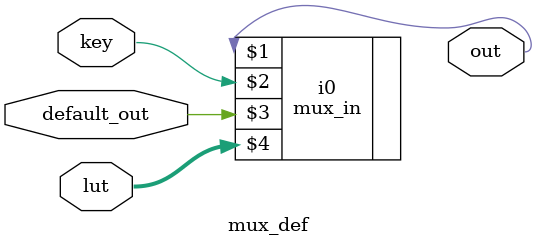
<source format=v>
module mux_def #(
    parameter NR_KEY   = 2,
    parameter KEY_LEN  = 1,
    parameter DATA_LEN = 1
) (
    output [                   DATA_LEN-1:0] out,
    input  [                    KEY_LEN-1:0] key,
    input  [                   DATA_LEN-1:0] default_out,
    input  [NR_KEY*(KEY_LEN + DATA_LEN)-1:0] lut
);

    mux_in #(NR_KEY, KEY_LEN, DATA_LEN, 1) i0 (
        out,
        key,
        default_out,
        lut
    );

endmodule

</source>
